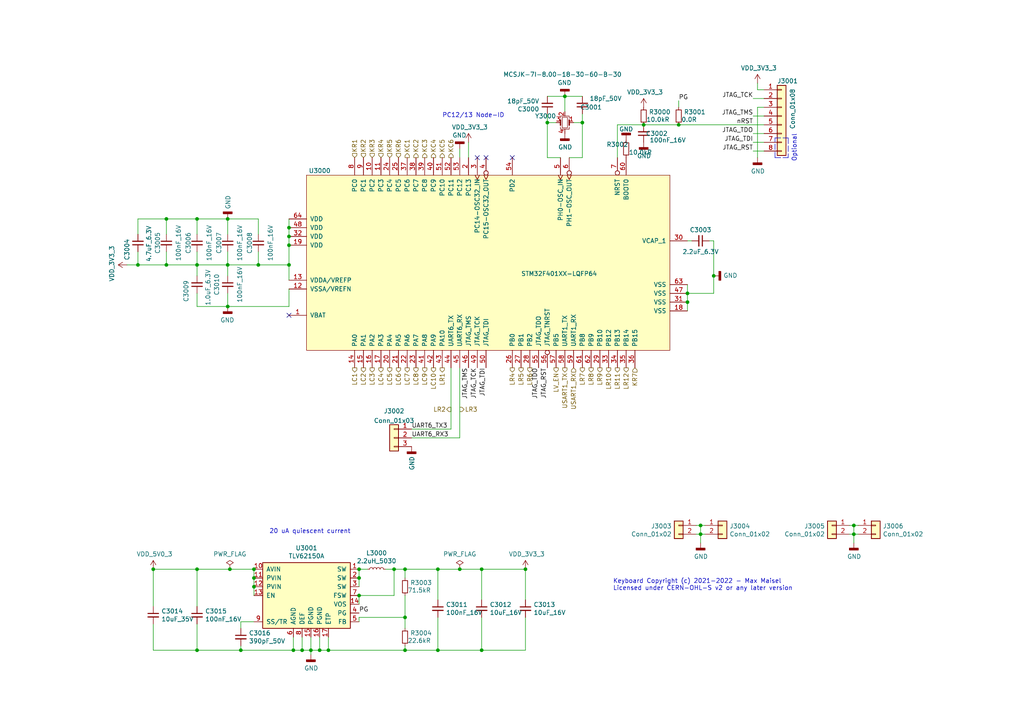
<source format=kicad_sch>
(kicad_sch (version 20211123) (generator eeschema)
  (paper "A4")
  (lib_symbols
    (symbol "Keyboard:0.0R" (pin_numbers hide) (pin_names (offset 0.254) hide)
      (property "Reference" "R" (at 0.762 0.508 0))
      (property "Value" "0.0R" (at 0.762 -1.016 0))
      (symbol "0.0R_0_1"
        (rectangle (start -0.762 1.778) (end 0.762 -1.778) (stroke (width 0.2032)))
      )
      (symbol "0.0R_1_1"
        (pin passive line (at 0 2.54 270) (length 0.762) (name "~") (number "1"))
        (pin passive line (at 0 -2.54 90) (length 0.762) (name "~") (number "2"))
      )
    )
    (symbol "Keyboard:1.0uF_6.3V" (pin_numbers hide) (pin_names (offset 0.254) hide)
      (property "Reference" "C" (at 0.254 1.778 0))
      (property "Value" "1.0uF_6.3V" (at 0.254 -2.032 0))
      (symbol "1.0uF_6.3V_0_1"
        (polyline (pts (xy -1.524 -0.508) (xy 1.524 -0.508)) (stroke (width 0.3302)))
        (polyline (pts (xy -1.524 0.508) (xy 1.524 0.508)) (stroke (width 0.3048)))
      )
      (symbol "1.0uF_6.3V_1_1"
        (pin passive line (at 0 2.54 270) (length 2.032) (name "~") (number "1"))
        (pin passive line (at 0 -2.54 90) (length 2.032) (name "~") (number "2"))
      )
    )
    (symbol "Keyboard:10.0kR" (pin_numbers hide) (pin_names (offset 0.254) hide)
      (property "Reference" "R" (at 0.762 0.508 0))
      (property "Value" "10.0kR" (at 0.762 -1.016 0))
      (symbol "10.0kR_0_1"
        (rectangle (start -0.762 1.778) (end 0.762 -1.778) (stroke (width 0.2032)))
      )
      (symbol "10.0kR_1_1"
        (pin passive line (at 0 2.54 270) (length 0.762) (name "~") (number "1"))
        (pin passive line (at 0 -2.54 90) (length 0.762) (name "~") (number "2"))
      )
    )
    (symbol "Keyboard:100nF_16V" (pin_numbers hide) (pin_names (offset 0.254) hide)
      (property "Reference" "C" (at 0.254 1.778 0))
      (property "Value" "100nF_16V" (at 0.254 -2.032 0))
      (symbol "100nF_16V_0_1"
        (polyline (pts (xy -1.524 -0.508) (xy 1.524 -0.508)) (stroke (width 0.3302)))
        (polyline (pts (xy -1.524 0.508) (xy 1.524 0.508)) (stroke (width 0.3048)))
      )
      (symbol "100nF_16V_1_1"
        (pin passive line (at 0 2.54 270) (length 2.032) (name "~") (number "1"))
        (pin passive line (at 0 -2.54 90) (length 2.032) (name "~") (number "2"))
      )
    )
    (symbol "Keyboard:10uF_16V" (pin_numbers hide) (pin_names (offset 0.254) hide)
      (property "Reference" "C" (at 0.254 1.778 0))
      (property "Value" "10uF_16V" (at 0.254 -2.032 0))
      (symbol "10uF_16V_0_1"
        (polyline (pts (xy -1.524 -0.508) (xy 1.524 -0.508)) (stroke (width 0.3302)))
        (polyline (pts (xy -1.524 0.508) (xy 1.524 0.508)) (stroke (width 0.3048)))
      )
      (symbol "10uF_16V_1_1"
        (pin passive line (at 0 2.54 270) (length 2.032) (name "~") (number "1"))
        (pin passive line (at 0 -2.54 90) (length 2.032) (name "~") (number "2"))
      )
    )
    (symbol "Keyboard:10uF_35V" (pin_numbers hide) (pin_names (offset 0.254) hide)
      (property "Reference" "C" (at 0.254 1.778 0))
      (property "Value" "10uF_35V" (at 0.254 -2.032 0))
      (symbol "10uF_35V_0_1"
        (polyline (pts (xy -1.524 -0.508) (xy 1.524 -0.508)) (stroke (width 0.3302)))
        (polyline (pts (xy -1.524 0.508) (xy 1.524 0.508)) (stroke (width 0.3048)))
      )
      (symbol "10uF_35V_1_1"
        (pin passive line (at 0 2.54 270) (length 2.032) (name "~") (number "1"))
        (pin passive line (at 0 -2.54 90) (length 2.032) (name "~") (number "2"))
      )
    )
    (symbol "Keyboard:18pF_50V" (pin_numbers hide) (pin_names (offset 0.254) hide)
      (property "Reference" "C" (at 0.254 1.778 0))
      (property "Value" "18pF_50V" (at 0.254 -2.032 0))
      (symbol "18pF_50V_0_1"
        (polyline (pts (xy -1.524 -0.508) (xy 1.524 -0.508)) (stroke (width 0.3302)))
        (polyline (pts (xy -1.524 0.508) (xy 1.524 0.508)) (stroke (width 0.3048)))
      )
      (symbol "18pF_50V_1_1"
        (pin passive line (at 0 2.54 270) (length 2.032) (name "~") (number "1"))
        (pin passive line (at 0 -2.54 90) (length 2.032) (name "~") (number "2"))
      )
    )
    (symbol "Keyboard:2.2uF_6.3V" (pin_numbers hide) (pin_names (offset 0.254) hide)
      (property "Reference" "C" (at 0.254 1.778 0))
      (property "Value" "2.2uF_6.3V" (at 0.254 -2.032 0))
      (symbol "2.2uF_6.3V_0_1"
        (polyline (pts (xy -1.524 -0.508) (xy 1.524 -0.508)) (stroke (width 0.3302)))
        (polyline (pts (xy -1.524 0.508) (xy 1.524 0.508)) (stroke (width 0.3048)))
      )
      (symbol "2.2uF_6.3V_1_1"
        (pin passive line (at 0 2.54 270) (length 2.032) (name "~") (number "1"))
        (pin passive line (at 0 -2.54 90) (length 2.032) (name "~") (number "2"))
      )
    )
    (symbol "Keyboard:2.2uH_5030" (pin_numbers hide) (pin_names (offset 0.254) hide)
      (property "Reference" "L" (at 0.762 1.016 0))
      (property "Value" "2.2uH_5030" (at 0.762 -1.016 0))
      (symbol "2.2uH_5030_0_1"
        (arc (start 0 -2.032) (mid 0.508 -1.524) (end 0 -1.016))
        (arc (start 0 -1.016) (mid 0.508 -0.508) (end 0 0))
        (arc (start 0 0) (mid 0.508 0.508) (end 0 1.016))
        (arc (start 0 1.016) (mid 0.508 1.524) (end 0 2.032))
      )
      (symbol "2.2uH_5030_1_1"
        (pin passive line (at 0 2.54 270) (length 0.508) (name "~") (number "1"))
        (pin passive line (at 0 -2.54 90) (length 0.508) (name "~") (number "2"))
      )
    )
    (symbol "Keyboard:22.6kR" (pin_numbers hide) (pin_names (offset 0.254) hide)
      (property "Reference" "R" (at 0.762 0.508 0))
      (property "Value" "22.6kR" (at 0.762 -1.016 0))
      (symbol "22.6kR_0_1"
        (rectangle (start -0.762 1.778) (end 0.762 -1.778) (stroke (width 0.2032)))
      )
      (symbol "22.6kR_1_1"
        (pin passive line (at 0 2.54 270) (length 0.762) (name "~") (number "1"))
        (pin passive line (at 0 -2.54 90) (length 0.762) (name "~") (number "2"))
      )
    )
    (symbol "Keyboard:390pF_50V" (pin_numbers hide) (pin_names (offset 0.254) hide)
      (property "Reference" "C" (at 0.254 1.778 0))
      (property "Value" "390pF_50V" (at 0.254 -2.032 0))
      (symbol "390pF_50V_0_1"
        (polyline (pts (xy -1.524 -0.508) (xy 1.524 -0.508)) (stroke (width 0.3302)))
        (polyline (pts (xy -1.524 0.508) (xy 1.524 0.508)) (stroke (width 0.3048)))
      )
      (symbol "390pF_50V_1_1"
        (pin passive line (at 0 2.54 270) (length 2.032) (name "~") (number "1"))
        (pin passive line (at 0 -2.54 90) (length 2.032) (name "~") (number "2"))
      )
    )
    (symbol "Keyboard:4.7uF_6.3V" (pin_numbers hide) (pin_names (offset 0.254) hide)
      (property "Reference" "C" (at 0.254 1.778 0))
      (property "Value" "4.7uF_6.3V" (at 0.254 -2.032 0))
      (symbol "4.7uF_6.3V_0_1"
        (polyline (pts (xy -1.524 -0.508) (xy 1.524 -0.508)) (stroke (width 0.3302)))
        (polyline (pts (xy -1.524 0.508) (xy 1.524 0.508)) (stroke (width 0.3048)))
      )
      (symbol "4.7uF_6.3V_1_1"
        (pin passive line (at 0 2.54 270) (length 2.032) (name "~") (number "1"))
        (pin passive line (at 0 -2.54 90) (length 2.032) (name "~") (number "2"))
      )
    )
    (symbol "Keyboard:71.5kR" (pin_numbers hide) (pin_names (offset 0.254) hide)
      (property "Reference" "R" (at 0.762 0.508 0))
      (property "Value" "71.5kR" (at 0.762 -1.016 0))
      (symbol "71.5kR_0_1"
        (rectangle (start -0.762 1.778) (end 0.762 -1.778) (stroke (width 0.2032)))
      )
      (symbol "71.5kR_1_1"
        (pin passive line (at 0 2.54 270) (length 0.762) (name "~") (number "1"))
        (pin passive line (at 0 -2.54 90) (length 0.762) (name "~") (number "2"))
      )
    )
    (symbol "Keyboard:Conn_01x02" (pin_names (offset 1.016) hide)
      (property "Reference" "J" (at 0 3.81 0))
      (property "Value" "Conn_01x02" (at 0 -3.81 0))
      (symbol "Conn_01x02_1_1"
        (rectangle (start -1.27 -1.143) (end 0 -1.397) (stroke (width 0.1524)))
        (rectangle (start -1.27 1.397) (end 0 1.143) (stroke (width 0.1524)))
        (rectangle (start -1.27 2.54) (end 1.27 -2.54) (stroke (width 0.254)) (fill (type background)))
        (pin passive line (at -5.08 1.27 0) (length 3.81) (name "Pin_1") (number "1"))
        (pin passive line (at -5.08 -1.27 0) (length 3.81) (name "Pin_2") (number "2"))
      )
    )
    (symbol "Keyboard:Conn_01x03" (pin_names (offset 1.016) hide)
      (property "Reference" "J" (at 0 5.08 0))
      (property "Value" "Conn_01x03" (at 0 -5.715 0))
      (symbol "Conn_01x03_1_1"
        (rectangle (start -1.27 -2.413) (end 0 -2.667) (stroke (width 0.1524)))
        (rectangle (start -1.27 0.127) (end 0 -0.127) (stroke (width 0.1524)))
        (rectangle (start -1.27 2.667) (end 0 2.413) (stroke (width 0.1524)))
        (rectangle (start -1.27 3.81) (end 1.27 -3.81) (stroke (width 0.254)) (fill (type background)))
        (pin passive line (at -5.08 2.54 0) (length 3.81) (name "Pin_1") (number "1"))
        (pin passive line (at -5.08 0 0) (length 3.81) (name "Pin_2") (number "2"))
        (pin passive line (at -5.08 -2.54 0) (length 3.81) (name "Pin_3") (number "3"))
      )
    )
    (symbol "Keyboard:Conn_01x08" (pin_names (offset 1.016) hide)
      (property "Reference" "J" (at 0 10.16 0))
      (property "Value" "Conn_01x08" (at 0 -12.7 0))
      (symbol "Conn_01x08_1_1"
        (rectangle (start -1.27 -10.033) (end 0 -10.287) (stroke (width 0.1524)))
        (rectangle (start -1.27 -7.493) (end 0 -7.747) (stroke (width 0.1524)))
        (rectangle (start -1.27 -4.953) (end 0 -5.207) (stroke (width 0.1524)))
        (rectangle (start -1.27 -2.413) (end 0 -2.667) (stroke (width 0.1524)))
        (rectangle (start -1.27 0.127) (end 0 -0.127) (stroke (width 0.1524)))
        (rectangle (start -1.27 2.667) (end 0 2.413) (stroke (width 0.1524)))
        (rectangle (start -1.27 5.207) (end 0 4.953) (stroke (width 0.1524)))
        (rectangle (start -1.27 7.747) (end 0 7.493) (stroke (width 0.1524)))
        (rectangle (start -1.27 8.89) (end 1.27 -11.43) (stroke (width 0.254)) (fill (type background)))
        (pin passive line (at -5.08 7.62 0) (length 3.81) (name "Pin_1") (number "1"))
        (pin passive line (at -5.08 5.08 0) (length 3.81) (name "Pin_2") (number "2"))
        (pin passive line (at -5.08 2.54 0) (length 3.81) (name "Pin_3") (number "3"))
        (pin passive line (at -5.08 0 0) (length 3.81) (name "Pin_4") (number "4"))
        (pin passive line (at -5.08 -2.54 0) (length 3.81) (name "Pin_5") (number "5"))
        (pin passive line (at -5.08 -5.08 0) (length 3.81) (name "Pin_6") (number "6"))
        (pin passive line (at -5.08 -7.62 0) (length 3.81) (name "Pin_7") (number "7"))
        (pin passive line (at -5.08 -10.16 0) (length 3.81) (name "Pin_8") (number "8"))
      )
    )
    (symbol "Keyboard:GND" (power) (pin_names (offset 0))
      (property "Value" "GND" (at 0 -3.175 0))
      (symbol "GND_0_1"
        (rectangle (start -1.27 -1.524) (end 1.27 -2.032) (stroke (width 0.254)) (fill (type outline)))
        (polyline (pts (xy 0 0) (xy 0 -1.524)))
      )
      (symbol "GND_1_1"
        (pin power_in line (at 0 0 270) (length 0) hide (name "GND") (number "1"))
      )
    )
    (symbol "Keyboard:MCSJK-7I-8.00-18-30-60-B-30" (pin_names (offset 1.016) hide)
      (property "Reference" "Y" (at 1.27 4.445 0))
      (property "Value" "MCSJK-7I-8.00-18-30-60-B-30" (at 1.27 2.54 0))
      (symbol "MCSJK-7I-8.00-18-30-60-B-30_0_1"
        (rectangle (start -0.762 -1.524) (end 0.762 1.524))
        (polyline (pts (xy -1.27 -0.762) (xy -1.27 0.762)) (stroke (width 0.381)))
        (polyline (pts (xy 1.27 -0.762) (xy 1.27 0.762)) (stroke (width 0.381)))
        (polyline (pts (xy -1.27 -1.27) (xy -1.27 -1.905) (xy 1.27 -1.905) (xy 1.27 -1.27)))
        (polyline (pts (xy -1.27 1.27) (xy -1.27 1.905) (xy 1.27 1.905) (xy 1.27 1.27)))
      )
      (symbol "MCSJK-7I-8.00-18-30-60-B-30_1_1"
        (pin passive line (at -2.54 0 0) (length 1.27) (name "1") (number "1"))
        (pin passive line (at 0 -3.175 90) (length 1.27) (name "2") (number "2"))
        (pin passive line (at 2.54 0 180) (length 1.27) (name "3") (number "3"))
        (pin passive line (at 0 3.175 270) (length 1.27) (name "4") (number "4"))
      )
    )
    (symbol "Keyboard:PWR_FLAG" (power) (pin_numbers hide) (pin_names (offset 0) hide)
      (property "Value" "PWR_FLAG" (at 0 3.81 0))
      (symbol "PWR_FLAG_0_0"
        (pin power_out line (at 0 0 90) (length 0) (name "pwr") (number "1"))
      )
      (symbol "PWR_FLAG_0_1"
        (polyline (pts (xy 0 0) (xy 0 1.27) (xy -1.016 1.905) (xy 0 2.54) (xy 1.016 1.905) (xy 0 1.27)))
      )
    )
    (symbol "Keyboard:STM32F401XX-LQFP64" (pin_names (offset 1.016))
      (property "Reference" "U" (at -36.83 77.47 0))
      (property "Value" "STM32F401XX-LQFP64" (at 20.32 -31.75 0))
      (symbol "STM32F401XX-LQFP64_0_1"
        (rectangle (start -25.4 76.2) (end 25.4 -29.21) (fill (type background)))
      )
      (symbol "STM32F401XX-LQFP64_1_1"
        (pin power_in line (at -15.24 81.28 270) (length 5.08) (name "VBAT") (number "1"))
        (pin bidirectional line (at 30.48 57.15 180) (length 5.08) (name "PC2") (number "10"))
        (pin bidirectional line (at 30.48 54.61 180) (length 5.08) (name "PC3") (number "11"))
        (pin power_in line (at -7.62 81.28 270) (length 5.08) (name "VSSA/VREFN") (number "12"))
        (pin power_in line (at -5.08 81.28 270) (length 5.08) (name "VDDA/VREFP") (number "13"))
        (pin bidirectional line (at -30.48 62.23 0) (length 5.08) (name "PA0") (number "14"))
        (pin bidirectional line (at -30.48 59.69 0) (length 5.08) (name "PA1") (number "15"))
        (pin bidirectional line (at -30.48 57.15 0) (length 5.08) (name "PA2") (number "16"))
        (pin bidirectional line (at -30.48 54.61 0) (length 5.08) (name "PA3") (number "17"))
        (pin power_in line (at -13.97 -34.29 90) (length 5.08) (name "VSS") (number "18"))
        (pin power_in line (at 5.08 81.28 270) (length 5.08) (name "VDD") (number "19"))
        (pin bidirectional line (at 30.48 29.21 180) (length 5.08) (name "PC13") (number "2"))
        (pin bidirectional line (at -30.48 52.07 0) (length 5.08) (name "PA4") (number "20"))
        (pin bidirectional line (at -30.48 49.53 0) (length 5.08) (name "PA5") (number "21"))
        (pin bidirectional line (at -30.48 46.99 0) (length 5.08) (name "PA6") (number "22"))
        (pin bidirectional line (at -30.48 44.45 0) (length 5.08) (name "PA7") (number "23"))
        (pin bidirectional line (at 30.48 52.07 180) (length 5.08) (name "PC4") (number "24"))
        (pin bidirectional line (at 30.48 49.53 180) (length 5.08) (name "PC5") (number "25"))
        (pin bidirectional line (at -30.48 16.51 0) (length 5.08) (name "PB0") (number "26"))
        (pin bidirectional line (at -30.48 13.97 0) (length 5.08) (name "PB1") (number "27"))
        (pin bidirectional line (at -30.48 11.43 0) (length 5.08) (name "PB2") (number "28"))
        (pin bidirectional line (at -30.48 -8.89 0) (length 5.08) (name "PB10") (number "29"))
        (pin bidirectional clock (at 30.48 26.67 180) (length 5.08) (name "PC14-OSC32_IN") (number "3"))
        (pin passive line (at 6.35 -34.29 90) (length 5.08) (name "VCAP_1") (number "30"))
        (pin power_in line (at -11.43 -34.29 90) (length 5.08) (name "VSS") (number "31"))
        (pin power_in line (at 7.62 81.28 270) (length 5.08) (name "VDD") (number "32"))
        (pin bidirectional line (at -30.48 -11.43 0) (length 5.08) (name "PB12") (number "33"))
        (pin bidirectional line (at -30.48 -13.97 0) (length 5.08) (name "PB13") (number "34"))
        (pin bidirectional line (at -30.48 -16.51 0) (length 5.08) (name "PB14") (number "35"))
        (pin bidirectional line (at -30.48 -19.05 0) (length 5.08) (name "PB15") (number "36"))
        (pin bidirectional line (at 30.48 46.99 180) (length 5.08) (name "PC6") (number "37") (alternate "UART6_TX" output line))
        (pin bidirectional line (at 30.48 44.45 180) (length 5.08) (name "PC7") (number "38") (alternate "UART6_RX" input line))
        (pin bidirectional line (at 30.48 41.91 180) (length 5.08) (name "PC8") (number "39"))
        (pin bidirectional inverted_clock (at 30.48 24.13 180) (length 5.08) (name "PC15-OSC32_OUT") (number "4"))
        (pin bidirectional line (at 30.48 39.37 180) (length 5.08) (name "PC9") (number "40"))
        (pin bidirectional line (at -30.48 41.91 0) (length 5.08) (name "PA8") (number "41"))
        (pin bidirectional line (at -30.48 39.37 0) (length 5.08) (name "PA9") (number "42"))
        (pin bidirectional line (at -30.48 36.83 0) (length 5.08) (name "PA10") (number "43"))
        (pin bidirectional line (at -30.48 34.29 0) (length 5.08) (name "PA11") (number "44") (alternate "UART6_TX" output line))
        (pin bidirectional line (at -30.48 31.75 0) (length 5.08) (name "PA12") (number "45") (alternate "UART6_RX" input line))
        (pin bidirectional line (at -30.48 29.21 0) (length 5.08) (name "PA13") (number "46") (alternate "JTAG_TMS" input line))
        (pin power_in line (at -8.89 -34.29 90) (length 5.08) (name "VSS") (number "47"))
        (pin power_in line (at 10.16 81.28 270) (length 5.08) (name "VDD") (number "48"))
        (pin bidirectional line (at -30.48 26.67 0) (length 5.08) (name "PA14") (number "49") (alternate "JTAG_TCK" input line))
        (pin bidirectional clock (at 30.48 2.54 180) (length 5.08) (name "PH0-OSC_IN") (number "5"))
        (pin bidirectional line (at -30.48 24.13 0) (length 5.08) (name "PA15") (number "50") (alternate "JTAG_TDI" input line))
        (pin bidirectional line (at 30.48 36.83 180) (length 5.08) (name "PC10") (number "51"))
        (pin bidirectional line (at 30.48 34.29 180) (length 5.08) (name "PC11") (number "52"))
        (pin bidirectional line (at 30.48 31.75 180) (length 5.08) (name "PC12") (number "53"))
        (pin bidirectional line (at 30.48 16.51 180) (length 5.08) (name "PD2") (number "54"))
        (pin bidirectional line (at -30.48 8.89 0) (length 5.08) (name "PB3") (number "55") (alternate "JTAG_TDO" output line))
        (pin bidirectional line (at -30.48 6.35 0) (length 5.08) (name "PB4") (number "56") (alternate "JTAG_TNRST" input inverted))
        (pin bidirectional line (at -30.48 3.81 0) (length 5.08) (name "PB5") (number "57"))
        (pin bidirectional line (at -30.48 1.27 0) (length 5.08) (name "PB6") (number "58") (alternate "UART1_TX" output line))
        (pin bidirectional line (at -30.48 -1.27 0) (length 5.08) (name "PB7") (number "59") (alternate "UART1_RX" input line))
        (pin bidirectional inverted_clock (at 30.48 0 180) (length 5.08) (name "PH1-OSC_OUT") (number "6"))
        (pin input line (at 30.48 -16.51 180) (length 5.08) (name "BOOT0") (number "60"))
        (pin bidirectional line (at -30.48 -3.81 0) (length 5.08) (name "PB8") (number "61"))
        (pin bidirectional line (at -30.48 -6.35 0) (length 5.08) (name "PB9") (number "62"))
        (pin power_in line (at -6.35 -34.29 90) (length 5.08) (name "VSS") (number "63"))
        (pin power_in line (at 12.7 81.28 270) (length 5.08) (name "VDD") (number "64"))
        (pin input inverted (at 30.48 -13.97 180) (length 5.08) (name "NRST") (number "7"))
        (pin bidirectional line (at 30.48 62.23 180) (length 5.08) (name "PC0") (number "8"))
        (pin bidirectional line (at 30.48 59.69 180) (length 5.08) (name "PC1") (number "9"))
      )
    )
    (symbol "Keyboard:TLV62150A" (pin_names (offset 1.016))
      (property "Reference" "U" (at -11.43 10.16 0))
      (property "Value" "TLV62150A" (at 7.62 10.16 0))
      (symbol "TLV62150A_0_1"
        (rectangle (start 12.7 -10.16) (end -12.7 8.89) (stroke (width 0.254)) (fill (type background)))
      )
      (symbol "TLV62150A_1_1"
        (pin output line (at 15.24 6.985 180) (length 2.54) (name "SW") (number "1"))
        (pin power_in line (at -15.24 6.985 0) (length 2.54) (name "AVIN") (number "10"))
        (pin power_in line (at -15.24 4.445 0) (length 2.54) (name "PVIN") (number "11"))
        (pin power_in line (at -15.24 1.905 0) (length 2.54) (name "PVIN") (number "12"))
        (pin input line (at -15.24 -0.635 0) (length 2.54) (name "EN") (number "13"))
        (pin input line (at 15.24 -3.175 180) (length 2.54) (name "VOS") (number "14"))
        (pin power_in line (at 1.27 -12.7 90) (length 2.54) (name "PGND") (number "15"))
        (pin power_in line (at 3.81 -12.7 90) (length 2.54) (name "PGND") (number "16"))
        (pin power_in line (at 6.35 -12.7 90) (length 2.54) (name "ETP") (number "17"))
        (pin passive line (at 15.24 4.445 180) (length 2.54) (name "SW") (number "2"))
        (pin passive line (at 15.24 1.905 180) (length 2.54) (name "SW") (number "3"))
        (pin output line (at 15.24 -5.715 180) (length 2.54) (name "PG") (number "4"))
        (pin input line (at 15.24 -8.255 180) (length 2.54) (name "FB") (number "5"))
        (pin power_in line (at -3.81 -12.7 90) (length 2.54) (name "AGND") (number "6"))
        (pin input line (at 15.24 -0.635 180) (length 2.54) (name "FSW") (number "7"))
        (pin input line (at -1.27 -12.7 90) (length 2.54) (name "DEF") (number "8"))
        (pin input line (at -15.24 -8.255 0) (length 2.54) (name "SS/TR") (number "9"))
      )
    )
    (symbol "Keyboard:VDD_3V3_3" (power) (pin_names (offset 0))
      (property "Value" "VDD_3V3_3" (at 0 3.556 0))
      (symbol "VDD_3V3_3_0_1"
        (polyline (pts (xy -0.762 1.27) (xy 0 2.54)))
        (polyline (pts (xy 0 0) (xy 0 2.54)))
        (polyline (pts (xy 0 2.54) (xy 0.762 1.27)))
      )
      (symbol "VDD_3V3_3_1_1"
        (pin power_in line (at 0 0 90) (length 0) hide (name "VDD_3V3_3") (number "1"))
      )
    )
    (symbol "Keyboard:VDD_5V0_3" (power) (pin_names (offset 0))
      (property "Value" "VDD_5V0_3" (at 0 3.556 0))
      (symbol "VDD_5V0_3_0_1"
        (polyline (pts (xy -0.762 1.27) (xy 0 2.54)))
        (polyline (pts (xy 0 0) (xy 0 2.54)))
        (polyline (pts (xy 0 2.54) (xy 0.762 1.27)))
      )
      (symbol "VDD_5V0_3_1_1"
        (pin power_in line (at 0 0 90) (length 0) hide (name "VDD_5V0_3") (number "1"))
      )
    )
  )
  (junction (at 158.75 35.56))
  (junction (at 74.93 76.835))
  (junction (at 69.85 188.595))
  (junction (at 83.82 76.835))
  (junction (at 83.82 68.58))
  (junction (at 73.66 167.64))
  (junction (at 90.17 188.595))
  (junction (at 139.7 165.1))
  (junction (at 117.475 188.595))
  (junction (at 127 188.595))
  (junction (at 199.39 85.09))
  (junction (at 247.65 152.4))
  (junction (at 83.82 66.04))
  (junction (at 247.65 154.94))
  (junction (at 95.25 188.595))
  (junction (at 203.2 154.94))
  (junction (at 73.66 170.18))
  (junction (at 207.01 80.01))
  (junction (at 57.15 63.5))
  (junction (at 48.26 63.5))
  (junction (at 66.675 165.1))
  (junction (at 104.14 167.64))
  (junction (at 186.69 36.195))
  (junction (at 139.7 188.595))
  (junction (at 117.475 179.07))
  (junction (at 199.39 87.63))
  (junction (at 57.15 76.835))
  (junction (at 73.66 165.1))
  (junction (at 40.005 76.835))
  (junction (at 104.14 165.1))
  (junction (at 87.63 188.595))
  (junction (at 152.4 165.1))
  (junction (at 44.45 165.1))
  (junction (at 66.04 76.835))
  (junction (at 85.09 188.595))
  (junction (at 133.35 165.1))
  (junction (at 57.15 165.1))
  (junction (at 57.15 188.595))
  (junction (at 127 165.1))
  (junction (at 104.14 172.72))
  (junction (at 114.3 165.1))
  (junction (at 163.83 27.94))
  (junction (at 48.26 76.835))
  (junction (at 203.2 152.4))
  (junction (at 117.475 165.1))
  (junction (at 66.04 88.9))
  (junction (at 92.71 188.595))
  (junction (at 196.85 36.195))
  (junction (at 83.82 71.12))
  (junction (at 66.04 63.5))
  (junction (at 168.91 35.56))
  (no_connect (at 148.59 45.72))
  (no_connect (at 83.82 91.44))
  (no_connect (at 140.97 45.72))
  (no_connect (at 138.43 45.72))
  (wire (pts (xy 69.85 182.245) (xy 69.85 180.34)))
  (wire (pts (xy 135.89 41.275) (xy 135.89 45.72)))
  (wire (pts (xy 57.15 175.895) (xy 57.15 165.1)))
  (wire (pts (xy 158.75 35.56) (xy 158.75 33.02)))
  (wire (pts (xy 104.14 180.34) (xy 104.14 179.07)))
  (wire (pts (xy 57.15 76.835) (xy 48.26 76.835)))
  (wire (pts (xy 95.25 184.785) (xy 95.25 188.595)))
  (wire (pts (xy 205.74 69.85) (xy 207.01 69.85)))
  (wire (pts (xy 36.83 76.835) (xy 40.005 76.835)))
  (wire (pts (xy 57.15 80.01) (xy 57.15 76.835)))
  (wire (pts (xy 117.475 179.07) (xy 117.475 182.245)))
  (wire (pts (xy 139.7 188.595) (xy 127 188.595)))
  (wire (pts (xy 92.71 184.785) (xy 92.71 188.595)))
  (wire (pts (xy 104.14 167.64) (xy 104.14 170.18)))
  (wire (pts (xy 44.45 180.975) (xy 44.45 188.595)))
  (wire (pts (xy 85.09 184.785) (xy 85.09 188.595)))
  (wire (pts (xy 57.15 73.025) (xy 57.15 76.835)))
  (wire (pts (xy 218.44 28.575) (xy 221.615 28.575)))
  (wire (pts (xy 83.82 76.835) (xy 83.82 81.28)))
  (wire (pts (xy 83.82 76.835) (xy 74.93 76.835)))
  (wire (pts (xy 57.15 63.5) (xy 48.26 63.5)))
  (wire (pts (xy 83.82 68.58) (xy 83.82 71.12)))
  (wire (pts (xy 186.69 36.195) (xy 196.85 36.195)))
  (wire (pts (xy 104.14 172.72) (xy 114.3 172.72)))
  (wire (pts (xy 57.15 165.1) (xy 66.675 165.1)))
  (wire (pts (xy 57.15 85.09) (xy 57.15 88.9)))
  (wire (pts (xy 219.71 45.72) (xy 219.71 31.115)))
  (wire (pts (xy 114.3 172.72) (xy 114.3 165.1)))
  (wire (pts (xy 203.2 154.94) (xy 204.47 154.94)))
  (wire (pts (xy 218.44 43.815) (xy 221.615 43.815)))
  (wire (pts (xy 152.4 165.1) (xy 152.4 173.99)))
  (wire (pts (xy 117.475 165.1) (xy 117.475 167.64)))
  (wire (pts (xy 117.475 172.72) (xy 117.475 179.07)))
  (wire (pts (xy 199.39 90.17) (xy 199.39 87.63)))
  (wire (pts (xy 111.76 165.1) (xy 114.3 165.1)))
  (wire (pts (xy 90.17 189.865) (xy 90.17 188.595)))
  (wire (pts (xy 83.82 66.04) (xy 83.82 68.58)))
  (wire (pts (xy 44.45 188.595) (xy 57.15 188.595)))
  (wire (pts (xy 69.85 180.34) (xy 73.66 180.34)))
  (wire (pts (xy 57.15 88.9) (xy 66.04 88.9)))
  (wire (pts (xy 133.35 165.1) (xy 139.7 165.1)))
  (wire (pts (xy 247.65 152.4) (xy 247.65 154.94)))
  (wire (pts (xy 179.07 36.195) (xy 179.07 45.72)))
  (wire (pts (xy 44.45 175.895) (xy 44.45 165.1)))
  (wire (pts (xy 165.1 45.72) (xy 168.91 45.72)))
  (wire (pts (xy 92.71 188.595) (xy 90.17 188.595)))
  (wire (pts (xy 201.93 154.94) (xy 203.2 154.94)))
  (wire (pts (xy 66.04 76.835) (xy 57.15 76.835)))
  (wire (pts (xy 152.4 188.595) (xy 139.7 188.595)))
  (wire (pts (xy 196.85 29.21) (xy 196.85 31.115)))
  (wire (pts (xy 104.14 175.26) (xy 104.14 172.72)))
  (wire (pts (xy 74.93 67.945) (xy 74.93 63.5)))
  (wire (pts (xy 127 188.595) (xy 117.475 188.595)))
  (wire (pts (xy 139.7 173.99) (xy 139.7 165.1)))
  (wire (pts (xy 219.71 26.035) (xy 221.615 26.035)))
  (wire (pts (xy 40.005 67.945) (xy 40.005 63.5)))
  (wire (pts (xy 199.39 87.63) (xy 199.39 85.09)))
  (wire (pts (xy 119.38 127) (xy 133.35 127)))
  (wire (pts (xy 40.005 73.025) (xy 40.005 76.835)))
  (wire (pts (xy 139.7 179.07) (xy 139.7 188.595)))
  (wire (pts (xy 133.35 106.68) (xy 133.35 127)))
  (wire (pts (xy 246.38 152.4) (xy 247.65 152.4)))
  (wire (pts (xy 90.17 188.595) (xy 90.17 184.785)))
  (wire (pts (xy 69.85 187.325) (xy 69.85 188.595)))
  (wire (pts (xy 158.75 35.56) (xy 158.75 45.72)))
  (wire (pts (xy 44.45 165.1) (xy 57.15 165.1)))
  (wire (pts (xy 219.71 31.115) (xy 221.615 31.115)))
  (wire (pts (xy 117.475 165.1) (xy 127 165.1)))
  (wire (pts (xy 66.04 88.9) (xy 66.04 85.09)))
  (wire (pts (xy 203.2 157.48) (xy 203.2 154.94)))
  (wire (pts (xy 207.01 69.85) (xy 207.01 80.01)))
  (wire (pts (xy 85.09 188.595) (xy 87.63 188.595)))
  (wire (pts (xy 161.29 35.56) (xy 158.75 35.56)))
  (wire (pts (xy 57.15 67.945) (xy 57.15 63.5)))
  (wire (pts (xy 66.04 88.9) (xy 83.82 88.9)))
  (wire (pts (xy 40.005 63.5) (xy 48.26 63.5)))
  (wire (pts (xy 168.91 27.94) (xy 163.83 27.94)))
  (wire (pts (xy 66.675 165.1) (xy 73.66 165.1)))
  (wire (pts (xy 152.4 179.07) (xy 152.4 188.595)))
  (wire (pts (xy 95.25 188.595) (xy 92.71 188.595)))
  (wire (pts (xy 186.69 36.195) (xy 179.07 36.195)))
  (wire (pts (xy 57.15 180.975) (xy 57.15 188.595)))
  (wire (pts (xy 246.38 154.94) (xy 247.65 154.94)))
  (wire (pts (xy 199.39 85.09) (xy 199.39 82.55)))
  (wire (pts (xy 139.7 165.1) (xy 152.4 165.1)))
  (wire (pts (xy 221.615 33.655) (xy 218.44 33.655)))
  (polyline (pts (xy 228.6 40.005) (xy 228.6 45.72)))
  (wire (pts (xy 73.66 170.18) (xy 73.66 172.72)))
  (wire (pts (xy 83.82 71.12) (xy 83.82 76.835)))
  (wire (pts (xy 168.91 35.56) (xy 166.37 35.56)))
  (wire (pts (xy 83.82 83.82) (xy 83.82 88.9)))
  (wire (pts (xy 66.04 67.945) (xy 66.04 63.5)))
  (wire (pts (xy 66.04 80.01) (xy 66.04 76.835)))
  (wire (pts (xy 66.04 63.5) (xy 74.93 63.5)))
  (polyline (pts (xy 224.79 40.005) (xy 228.6 40.005)))
  (wire (pts (xy 104.14 165.1) (xy 104.14 167.64)))
  (wire (pts (xy 117.475 187.325) (xy 117.475 188.595)))
  (wire (pts (xy 66.04 63.5) (xy 57.15 63.5)))
  (wire (pts (xy 219.71 24.13) (xy 219.71 26.035)))
  (wire (pts (xy 114.3 165.1) (xy 117.475 165.1)))
  (wire (pts (xy 66.04 73.025) (xy 66.04 76.835)))
  (wire (pts (xy 48.26 73.025) (xy 48.26 76.835)))
  (wire (pts (xy 203.2 152.4) (xy 204.47 152.4)))
  (wire (pts (xy 73.66 165.1) (xy 73.66 167.64)))
  (wire (pts (xy 127 165.1) (xy 133.35 165.1)))
  (wire (pts (xy 163.83 27.94) (xy 158.75 27.94)))
  (wire (pts (xy 199.39 85.09) (xy 207.01 85.09)))
  (wire (pts (xy 221.615 41.275) (xy 218.44 41.275)))
  (wire (pts (xy 40.005 76.835) (xy 48.26 76.835)))
  (wire (pts (xy 247.65 152.4) (xy 248.92 152.4)))
  (wire (pts (xy 203.2 152.4) (xy 203.2 154.94)))
  (wire (pts (xy 133.35 43.18) (xy 133.35 45.72)))
  (wire (pts (xy 247.65 154.94) (xy 248.92 154.94)))
  (wire (pts (xy 168.91 33.02) (xy 168.91 35.56)))
  (wire (pts (xy 117.475 188.595) (xy 95.25 188.595)))
  (wire (pts (xy 127 179.07) (xy 127 188.595)))
  (wire (pts (xy 74.93 73.025) (xy 74.93 76.835)))
  (wire (pts (xy 200.66 69.85) (xy 199.39 69.85)))
  (polyline (pts (xy 224.79 45.72) (xy 224.79 40.005)))
  (wire (pts (xy 130.81 124.46) (xy 130.81 106.68)))
  (wire (pts (xy 168.91 45.72) (xy 168.91 35.56)))
  (wire (pts (xy 104.14 165.1) (xy 106.68 165.1)))
  (wire (pts (xy 247.65 157.48) (xy 247.65 154.94)))
  (wire (pts (xy 74.93 76.835) (xy 66.04 76.835)))
  (wire (pts (xy 201.93 152.4) (xy 203.2 152.4)))
  (wire (pts (xy 87.63 184.785) (xy 87.63 188.595)))
  (wire (pts (xy 57.15 188.595) (xy 69.85 188.595)))
  (wire (pts (xy 127 173.99) (xy 127 165.1)))
  (wire (pts (xy 163.83 32.385) (xy 163.83 27.94)))
  (polyline (pts (xy 224.79 45.72) (xy 228.6 45.72)))
  (wire (pts (xy 119.38 124.46) (xy 130.81 124.46)))
  (wire (pts (xy 87.63 188.595) (xy 90.17 188.595)))
  (wire (pts (xy 104.14 179.07) (xy 117.475 179.07)))
  (wire (pts (xy 48.26 63.5) (xy 48.26 67.945)))
  (wire (pts (xy 73.66 167.64) (xy 73.66 170.18)))
  (wire (pts (xy 83.82 63.5) (xy 83.82 66.04)))
  (wire (pts (xy 196.85 36.195) (xy 221.615 36.195)))
  (wire (pts (xy 69.85 188.595) (xy 85.09 188.595)))
  (wire (pts (xy 207.01 85.09) (xy 207.01 80.01)))
  (wire (pts (xy 158.75 45.72) (xy 162.56 45.72)))
  (wire (pts (xy 218.44 38.735) (xy 221.615 38.735)))
  (text "PC12/13 Node-ID" (at 128.27 34.29 0) (effects (font (size 1.27 1.27)) (justify left bottom)))
  (text "Keyboard Copyright (c) 2021-2022 - Max Maisel\nLicensed under CERN-OHL-S v2 or any later version" (at 177.8 171.45 0) (effects (font (size 1.27 1.27)) (justify left bottom)))
  (text "Optional" (at 231.14 46.99 90) (effects (font (size 1.27 1.27)) (justify left bottom)))
  (text "20 uA quiescent current" (at 78.105 154.94 0) (effects (font (size 1.27 1.27)) (justify left bottom)))
  (label "UART6_TX3" (at 119.38 124.46 0))
  (label "JTAG_TMS" (at 218.44 33.655 180))
  (label "JTAG_TDO" (at 156.21 106.68 270))
  (label "JTAG_TDO" (at 218.44 38.735 180))
  (label "PG" (at 196.85 29.21 0))
  (label "JTAG_TDI" (at 218.44 41.275 180))
  (label "JTAG_TDI" (at 140.97 106.68 270))
  (label "JTAG_RST" (at 218.44 43.815 180))
  (label "PG" (at 104.14 177.8 0))
  (label "JTAG_TMS" (at 135.89 106.68 270))
  (label "UART6_RX3" (at 119.38 127 0))
  (label "JTAG_TCK" (at 218.44 28.575 180))
  (label "JTAG_TCK" (at 138.43 106.68 270))
  (label "JTAG_RST" (at 158.75 106.68 270))
  (label "nRST" (at 218.44 36.195 180))
  (hierarchical_label "LR2" (shape output) (at 130.81 118.745 180))
  (hierarchical_label "LC8" (shape output) (at 120.65 106.68 270))
  (hierarchical_label "LC9" (shape output) (at 123.19 106.68 270))
  (hierarchical_label "LC7" (shape output) (at 118.11 106.68 270))
  (hierarchical_label "KR4" (shape input) (at 110.49 45.72 90))
  (hierarchical_label "KC6" (shape output) (at 130.81 45.72 90))
  (hierarchical_label "LR7" (shape output) (at 168.91 106.68 270))
  (hierarchical_label "LC1" (shape output) (at 102.87 106.68 270))
  (hierarchical_label "LR10" (shape output) (at 176.53 106.68 270))
  (hierarchical_label "KR5" (shape input) (at 113.03 45.72 90))
  (hierarchical_label "KC5" (shape output) (at 128.27 45.72 90))
  (hierarchical_label "LC2" (shape output) (at 105.41 106.68 270))
  (hierarchical_label "LR8" (shape output) (at 171.45 106.68 270))
  (hierarchical_label "KR2" (shape input) (at 105.41 45.72 90))
  (hierarchical_label "LR11" (shape output) (at 179.07 106.68 270))
  (hierarchical_label "LR12" (shape output) (at 181.61 106.68 270))
  (hierarchical_label "USART1_RX" (shape input) (at 166.37 106.68 270))
  (hierarchical_label "KC3" (shape output) (at 123.19 45.72 90))
  (hierarchical_label "LC10" (shape output) (at 125.73 106.68 270))
  (hierarchical_label "LC6" (shape output) (at 115.57 106.68 270))
  (hierarchical_label "LC5" (shape output) (at 113.03 106.68 270))
  (hierarchical_label "USART1_TX" (shape output) (at 163.83 106.68 270))
  (hierarchical_label "KC2" (shape output) (at 120.65 45.72 90))
  (hierarchical_label "LR9" (shape output) (at 173.99 106.68 270))
  (hierarchical_label "LR4" (shape output) (at 148.59 106.68 270))
  (hierarchical_label "KR6" (shape input) (at 115.57 45.72 90))
  (hierarchical_label "LV_EN" (shape output) (at 161.29 106.68 270))
  (hierarchical_label "KR3" (shape input) (at 107.95 45.72 90))
  (hierarchical_label "KC4" (shape output) (at 125.73 45.72 90))
  (hierarchical_label "LR1" (shape output) (at 128.27 106.68 270))
  (hierarchical_label "LC4" (shape output) (at 110.49 106.68 270))
  (hierarchical_label "LR6" (shape output) (at 153.67 106.68 270))
  (hierarchical_label "KC1" (shape output) (at 118.11 45.72 90))
  (hierarchical_label "LC3" (shape output) (at 107.95 106.68 270))
  (hierarchical_label "KR7" (shape input) (at 184.15 106.68 270))
  (hierarchical_label "KR1" (shape input) (at 102.87 45.72 90))
  (hierarchical_label "LR3" (shape output) (at 133.35 118.745 0))
  (hierarchical_label "LR5" (shape output) (at 151.13 106.68 270))
  (symbol (lib_id "Keyboard:GND") (at 207.01 80.01 90) (unit 1)
    (property "Reference" "#PWR03011" (effects hide))
    (property "Value" "GND" (at 209.804 79.9084 90) (effects (justify right)))
  )
  (symbol (lib_id "Keyboard:100nF_16V") (at 66.04 70.485 0) (mirror y) (unit 1)
    (property "Reference" "C3007" (at 63.5 70.485 90))
    (property "Value" "100nF_16V" (at 69.5452 70.485 90))
    (property "Footprint" "Keyboard:C_0402" (effects hide))
    (property "Datasheet" "80-C0402C104K4R" (effects hide))
    (property "mouser#" "80-C0402C104K4R" (effects hide))
  )
  (symbol (lib_id "Keyboard:GND") (at 163.83 27.94 180) (unit 1)
    (property "Reference" "#PWR0105" (effects hide))
    (property "Value" "GND" (at 163.7284 24.003 0))
  )
  (symbol (lib_id "Keyboard:100nF_16V") (at 186.69 38.735 180) (unit 1)
    (property "Reference" "C3002" (at 190.5 38.735 0))
    (property "Value" "100nF_16V" (at 193.675 40.64 0))
    (property "Footprint" "Keyboard:C_0402" (effects hide))
    (property "Datasheet" "80-C0402C104K4R" (effects hide))
    (property "mouser#" "80-C0402C104K4R" (effects hide))
  )
  (symbol (lib_id "Keyboard:GND") (at 219.71 45.72 0) (unit 1)
    (property "Reference" "#PWR03008" (effects hide))
    (property "Value" "GND" (at 219.8116 49.657 0))
  )
  (symbol (lib_id "Keyboard:GND") (at 66.04 88.9 0) (mirror y) (unit 1)
    (property "Reference" "#PWR03012" (effects hide))
    (property "Value" "GND" (at 65.9384 92.837 0))
  )
  (symbol (lib_id "Keyboard:TLV62150A") (at 88.9 172.085 0) (unit 1)
    (property "Reference" "U3001" (at 88.9 158.9532 0))
    (property "Value" "TLV62150A" (at 88.9 161.2646 0))
    (property "Footprint" "Keyboard:VQFN16-RGT" (effects hide))
    (property "Datasheet" "https://www.mouser.de/ProductDetail/Texas-Instruments/TLV62150RGTR?qs=sGAEpiMZZMsp%2fksXpw0UCdYH5JryFJ2T" (effects hide))
    (property "mouser#" "595-TLV62150ARGTR" (effects hide))
  )
  (symbol (lib_id "Keyboard:10uF_35V") (at 44.45 178.435 0) (unit 1)
    (property "Reference" "C3014" (at 46.7868 177.2666 0) (effects (justify left)))
    (property "Value" "10uF_35V" (at 46.7868 179.578 0) (effects (justify left)))
    (property "Footprint" "Keyboard:C_1210" (effects hide))
    (property "Datasheet" "963-GMK325BJ106KN-T" (effects hide))
    (property "mouser#" "963-GMK325BJ106KN-T" (effects hide))
  )
  (symbol (lib_id "Keyboard:100nF_16V") (at 57.15 178.435 0) (unit 1)
    (property "Reference" "C3015" (at 59.4868 177.2666 0) (effects (justify left)))
    (property "Value" "100nF_16V" (at 59.4868 179.578 0) (effects (justify left)))
    (property "Footprint" "Keyboard:C_0402" (effects hide))
    (property "Datasheet" "80-C0402C104K4R" (effects hide))
    (property "mouser#" "80-C0402C104K4R" (effects hide))
  )
  (symbol (lib_id "Keyboard:390pF_50V") (at 69.85 184.785 0) (unit 1)
    (property "Reference" "C3016" (at 72.1868 183.6166 0) (effects (justify left)))
    (property "Value" "390pF_50V" (at 72.1868 185.928 0) (effects (justify left)))
    (property "Footprint" "Keyboard:C_0402" (effects hide))
    (property "Datasheet" "81-GRM155R71H391KA1D" (effects hide))
    (property "mouser#" "81-GRM155R71H391KA1D" (effects hide))
  )
  (symbol (lib_id "Keyboard:2.2uH_5030") (at 109.22 165.1 90) (unit 1)
    (property "Reference" "L3000" (at 109.22 160.401 90))
    (property "Value" "2.2uH_5030" (at 109.22 162.7124 90))
    (property "Footprint" "Keyboard:L_Taiyo-Yuden_NR-50xx" (effects hide))
    (property "Datasheet" "963-NRS5030T2R2NMGJV" (effects hide))
    (property "mouser#" "963-NRS5030T2R2NMGJV" (effects hide))
  )
  (symbol (lib_id "Keyboard:22.6kR") (at 117.475 184.785 0) (unit 1)
    (property "Reference" "R3004" (at 118.9736 183.6166 0) (effects (justify left)))
    (property "Value" "22.6kR" (at 118.237 185.801 0) (effects (justify left)))
    (property "Footprint" "Keyboard:R_0402" (effects hide))
    (property "Datasheet" "667-ERJ-S02F2262X" (effects hide))
    (property "mouser#" "667-ERJ-S02F2262X" (effects hide))
  )
  (symbol (lib_id "Keyboard:100nF_16V") (at 127 176.53 0) (unit 1)
    (property "Reference" "C3011" (at 129.3368 175.3616 0) (effects (justify left)))
    (property "Value" "100nF_16V" (at 129.3368 177.673 0) (effects (justify left)))
    (property "Footprint" "Keyboard:C_0402" (effects hide))
    (property "Datasheet" "80-C0402C104K4R" (effects hide))
    (property "mouser#" "80-C0402C104K4R" (effects hide))
  )
  (symbol (lib_id "Keyboard:10uF_16V") (at 139.7 176.53 0) (unit 1)
    (property "Reference" "C3012" (at 142.0368 175.3616 0) (effects (justify left)))
    (property "Value" "10uF_16V" (at 142.0368 177.673 0) (effects (justify left)))
    (property "Footprint" "Keyboard:C_1206" (effects hide))
    (property "Datasheet" "80-C1206C106K4P" (effects hide))
    (property "mouser#" "80-C1206C106K4P" (effects hide))
  )
  (symbol (lib_id "Keyboard:100nF_16V") (at 57.15 70.485 0) (mirror y) (unit 1)
    (property "Reference" "C3006" (at 54.61 70.485 90))
    (property "Value" "100nF_16V" (at 60.6552 70.485 90))
    (property "Footprint" "Keyboard:C_0402" (effects hide))
    (property "Datasheet" "80-C0402C104K4R" (effects hide))
    (property "mouser#" "80-C0402C104K4R" (effects hide))
  )
  (symbol (lib_id "Keyboard:100nF_16V") (at 74.93 70.485 0) (mirror y) (unit 1)
    (property "Reference" "C3008" (at 72.39 70.485 90))
    (property "Value" "100nF_16V" (at 78.4352 70.485 90))
    (property "Footprint" "Keyboard:C_0402" (effects hide))
    (property "Datasheet" "80-C0402C104K4R" (effects hide))
    (property "mouser#" "80-C0402C104K4R" (effects hide))
  )
  (symbol (lib_id "Keyboard:MCSJK-7I-8.00-18-30-60-B-30") (at 163.83 35.56 180) (unit 1)
    (property "Reference" "Y3000" (at 161.29 33.655 0) (effects (justify left)))
    (property "Value" "MCSJK-7I-8.00-18-30-60-B-30" (at 180.34 21.59 0) (effects (justify left)))
    (property "Footprint" "Keyboard:Crystal_SMD_Multicomp_5032" (effects hide))
    (property "Datasheet" "http://www.farnell.com/datasheets/2864167.pdf" (effects hide))
    (property "farnell#" "2854013" (effects hide))
    (property "manf#" "MCSJK-7I-8.00-18-30-60-B-30" (effects hide))
  )
  (symbol (lib_id "Keyboard:18pF_50V") (at 158.75 30.48 180) (unit 1)
    (property "Reference" "C3000" (at 156.4132 31.6484 0) (effects (justify left)))
    (property "Value" "18pF_50V" (at 156.4132 29.337 0) (effects (justify left)))
    (property "Footprint" "Keyboard:C_0402" (effects hide))
    (property "Datasheet" "81-GRM1555C1H180FA1D" (effects hide))
    (property "mouser#" "81-GRM1555C1H180FA1D" (effects hide))
  )
  (symbol (lib_id "Keyboard:10.0kR") (at 186.69 33.655 0) (unit 1)
    (property "Reference" "R3000" (at 188.1886 32.4866 0) (effects (justify left)))
    (property "Value" "10.0kR" (at 187.452 34.671 0) (effects (justify left)))
    (property "Footprint" "Keyboard:R_0402" (effects hide))
    (property "Datasheet" "667-ERJ-2RKF1002X" (effects hide))
    (property "mouser#" "667-ERJ-2RKF1002X" (effects hide))
  )
  (symbol (lib_id "Keyboard:GND") (at 186.69 41.275 0) (unit 1)
    (property "Reference" "#PWR03006" (effects hide))
    (property "Value" "GND" (at 186.7916 45.212 0))
  )
  (symbol (lib_id "Keyboard:GND") (at 66.04 63.5 0) (mirror x) (unit 1)
    (property "Reference" "#PWR03009" (effects hide))
    (property "Value" "GND" (at 66.1416 60.706 90) (effects (justify right)))
  )
  (symbol (lib_id "Keyboard:100nF_16V") (at 66.04 82.55 0) (mirror y) (unit 1)
    (property "Reference" "C3010" (at 62.865 82.55 90))
    (property "Value" "100nF_16V" (at 69.5452 82.55 90))
    (property "Footprint" "Keyboard:C_0402" (effects hide))
    (property "Datasheet" "80-C0402C104K4R" (effects hide))
    (property "mouser#" "80-C0402C104K4R" (effects hide))
  )
  (symbol (lib_id "Keyboard:10uF_16V") (at 152.4 176.53 0) (unit 1)
    (property "Reference" "C3013" (at 154.7368 175.3616 0) (effects (justify left)))
    (property "Value" "10uF_16V" (at 154.7368 177.673 0) (effects (justify left)))
    (property "Footprint" "Keyboard:C_1206" (effects hide))
    (property "Datasheet" "80-C1206C106K4P" (effects hide))
    (property "mouser#" "80-C1206C106K4P" (effects hide))
  )
  (symbol (lib_id "Keyboard:GND") (at 90.17 189.865 0) (unit 1)
    (property "Reference" "#PWR03015" (effects hide))
    (property "Value" "GND" (at 90.2716 193.802 0))
  )
  (symbol (lib_id "Keyboard:VDD_5V0_3") (at 44.45 165.1 0) (unit 1)
    (property "Reference" "#PWR03013" (effects hide))
    (property "Value" "VDD_5V0_3" (at 44.831 160.7058 0))
  )
  (symbol (lib_id "Keyboard:VDD_3V3_3") (at 152.4 165.1 0) (unit 1)
    (property "Reference" "#PWR03014" (effects hide))
    (property "Value" "VDD_3V3_3" (at 152.781 160.7058 0))
  )
  (symbol (lib_id "Keyboard:VDD_3V3_3") (at 186.69 31.115 0) (unit 1)
    (property "Reference" "#PWR03002" (effects hide))
    (property "Value" "VDD_3V3_3" (at 187.071 26.7208 0))
  )
  (symbol (lib_id "Keyboard:VDD_3V3_3") (at 219.71 24.13 0) (unit 1)
    (property "Reference" "#PWR03000" (effects hide))
    (property "Value" "VDD_3V3_3" (at 220.091 19.7358 0))
  )
  (symbol (lib_id "Keyboard:VDD_3V3_3") (at 36.83 76.835 90) (unit 1)
    (property "Reference" "#PWR03010" (effects hide))
    (property "Value" "VDD_3V3_3" (at 32.4358 76.454 0))
  )
  (symbol (lib_id "Keyboard:71.5kR") (at 117.475 170.18 0) (unit 1)
    (property "Reference" "R3003" (at 118.9736 169.0116 0) (effects (justify left)))
    (property "Value" "71.5kR" (at 118.237 171.196 0) (effects (justify left)))
    (property "Footprint" "Keyboard:R_0402" (effects hide))
    (property "Datasheet" "667-ERJ-2RKF7152X" (effects hide))
    (property "mouser#" "667-ERJ-2RKF7152X" (effects hide))
  )
  (symbol (lib_id "Keyboard:2.2uF_6.3V") (at 203.2 69.85 270) (unit 1)
    (property "Reference" "C3003" (at 203.2 66.675 90))
    (property "Value" "2.2uF_6.3V" (at 203.2 73.025 90))
    (property "Footprint" "Keyboard:C_0402" (effects hide))
    (property "Datasheet" "81-GRM155R60J225ME9D" (effects hide))
    (property "mouser#" "81-GRM155R60J225ME9D" (effects hide))
  )
  (symbol (lib_id "Keyboard:100nF_16V") (at 48.26 70.485 0) (mirror y) (unit 1)
    (property "Reference" "C3005" (at 45.72 70.485 90))
    (property "Value" "100nF_16V" (at 51.7652 70.485 90))
    (property "Footprint" "Keyboard:C_0402" (effects hide))
    (property "Datasheet" "80-C0402C104K4R" (effects hide))
    (property "mouser#" "80-C0402C104K4R" (effects hide))
  )
  (symbol (lib_id "Keyboard:4.7uF_6.3V") (at 40.005 70.485 0) (mirror x) (unit 1)
    (property "Reference" "C3004" (at 36.83 69.215 90) (effects (justify left)))
    (property "Value" "4.7uF_6.3V" (at 43.18 65.405 90) (effects (justify left)))
    (property "Footprint" "Keyboard:C_0402" (effects hide))
    (property "Datasheet" "81-GRM155R60J475ME7D" (effects hide))
    (property "mouser#" "81-GRM155R60J475ME7D" (effects hide))
  )
  (symbol (lib_id "Keyboard:1.0uF_6.3V") (at 57.15 82.55 0) (mirror x) (unit 1)
    (property "Reference" "C3009" (at 53.975 81.28 90) (effects (justify left)))
    (property "Value" "1.0uF_6.3V" (at 60.325 78.105 90) (effects (justify left)))
    (property "Footprint" "Keyboard:C_0402" (effects hide))
    (property "Datasheet" "81-GRM152R60J105ME5D" (effects hide))
    (property "mouser#" "81-GRM152R60J105ME5D" (effects hide))
  )
  (symbol (lib_id "Keyboard:18pF_50V") (at 168.91 30.48 180) (unit 1)
    (property "Reference" "C3001" (at 174.625 31.115 0) (effects (justify left)))
    (property "Value" "18pF_50V" (at 180.34 28.575 0) (effects (justify left)))
    (property "Footprint" "Keyboard:C_0402" (effects hide))
    (property "Datasheet" "81-GRM1555C1H180FA1D" (effects hide))
    (property "mouser#" "81-GRM1555C1H180FA1D" (effects hide))
  )
  (symbol (lib_id "Keyboard:GND") (at 163.83 38.735 0) (unit 1)
    (property "Reference" "#PWR03003" (effects hide))
    (property "Value" "GND" (at 163.9316 42.672 0))
  )
  (symbol (lib_id "Keyboard:STM32F401XX-LQFP64") (at 165.1 76.2 90) (unit 1)
    (property "Reference" "U3000" (at 89.535 49.53 90) (effects (justify right)))
    (property "Value" "STM32F401XX-LQFP64" (at 151.13 79.375 90) (effects (justify right)))
    (property "Footprint" "Keyboard:LQFP-64" (effects hide))
    (property "Datasheet" "http://www.st.com/content/ccc/resource/technical/document/datasheet/9e/50/b1/5a/5f/ae/4d/c1/DM00086815.pdf/files/DM00086815.pdf/jcr:content/translations/en.DM00086815.pdf" (effects hide))
    (pin "44" (alternate "UART6_TX"))
    (pin "45" (alternate "UART6_RX"))
    (pin "46" (alternate "JTAG_TMS"))
    (pin "49" (alternate "JTAG_TCK"))
    (pin "50" (alternate "JTAG_TDI"))
    (pin "55" (alternate "JTAG_TDO"))
    (pin "56" (alternate "JTAG_TNRST"))
    (pin "58" (alternate "UART1_TX"))
    (pin "59" (alternate "UART1_RX"))
  )
  (symbol (lib_id "Keyboard:0.0R") (at 196.85 33.655 0) (unit 1)
    (property "Reference" "R3001" (at 198.3486 32.4866 0) (effects (justify left)))
    (property "Value" "0.0R" (at 197.612 34.671 0) (effects (justify left)))
    (property "Footprint" "Keyboard:R_0402" (effects hide))
    (property "Datasheet" "https://eu.mouser.com/datasheet/2/315/AOA0000C301-1488782.pdf" (effects hide))
    (property "mouser#" "667-ERJ-2GE0R00X" (effects hide))
  )
  (symbol (lib_id "Keyboard:GND") (at 133.35 43.18 180) (unit 1)
    (property "Reference" "#PWR03007" (effects hide))
    (property "Value" "GND" (at 133.2484 39.243 0))
  )
  (symbol (lib_id "Keyboard:GND") (at 181.61 40.64 180) (unit 1)
    (property "Reference" "#PWR03004" (effects hide))
    (property "Value" "GND" (at 181.61 37.465 0))
  )
  (symbol (lib_id "Keyboard:10.0kR") (at 181.61 43.18 0) (unit 1)
    (property "Reference" "R3002" (at 175.895 41.91 0) (effects (justify left)))
    (property "Value" "10.0kR" (at 182.372 44.196 0) (effects (justify left)))
    (property "Footprint" "Keyboard:R_0402" (effects hide))
    (property "Datasheet" "667-ERJ-2RKF1002X" (effects hide))
    (property "mouser#" "667-ERJ-2RKF1002X" (effects hide))
  )
  (symbol (lib_id "Keyboard:Conn_01x08") (at 226.695 33.655 0) (unit 1)
    (property "Reference" "J3001" (at 225.425 23.495 0) (effects (justify left)))
    (property "Value" "Conn_01x08" (at 229.87 37.465 90) (effects (justify left)))
    (property "Footprint" "Keyboard:Pin_Header_Straight_1x08_Pitch2.54mm" (effects hide))
    (property "Datasheet" "Multicomp  2211S-08G" (effects hide))
    (property "farnell#" "1593416" (effects hide))
  )
  (symbol (lib_id "Keyboard:VDD_3V3_3") (at 135.89 41.275 0) (unit 1)
    (property "Reference" "#PWR0107" (effects hide))
    (property "Value" "VDD_3V3_3" (at 136.271 36.8808 0))
  )
  (symbol (lib_id "Keyboard:PWR_FLAG") (at 133.35 165.1 0) (unit 1)
    (property "Reference" "#FLG03001" (effects hide))
    (property "Value" "PWR_FLAG" (at 133.35 160.7058 0))
  )
  (symbol (lib_id "Keyboard:PWR_FLAG") (at 66.675 165.1 0) (unit 1)
    (property "Reference" "#FLG03000" (effects hide))
    (property "Value" "PWR_FLAG" (at 66.675 160.7058 0))
  )
  (symbol (lib_id "Keyboard:Conn_01x02") (at 209.55 153.67 0) (unit 1)
    (property "Reference" "J3004" (at 211.582 152.6032 0) (effects (justify left)))
    (property "Value" "Conn_01x02" (at 211.582 154.9146 0) (effects (justify left)))
    (property "Footprint" "Keyboard:Pin_Header_Straight_1x02_Pitch2.54mm" (effects hide))
    (property "Datasheet" "Multicomp  2211S-02G" (effects hide))
    (property "farnell#" "1593411" (effects hide))
  )
  (symbol (lib_id "Keyboard:Conn_01x02") (at 241.3 153.67 0) (mirror y) (unit 1)
    (property "Reference" "J3005" (at 239.268 152.6032 0) (effects (justify left)))
    (property "Value" "Conn_01x02" (at 239.268 154.9146 0) (effects (justify left)))
    (property "Footprint" "Keyboard:Pin_Header_Straight_1x02_Pitch2.54mm" (effects hide))
    (property "Datasheet" "Multicomp  2211S-02G" (effects hide))
    (property "farnell#" "1593411" (effects hide))
  )
  (symbol (lib_id "Keyboard:GND") (at 247.65 157.48 0) (unit 1)
    (property "Reference" "#PWR0118" (effects hide))
    (property "Value" "GND" (at 247.7516 161.417 0))
  )
  (symbol (lib_id "Keyboard:Conn_01x02") (at 196.85 153.67 0) (mirror y) (unit 1)
    (property "Reference" "J3003" (at 194.818 152.6032 0) (effects (justify left)))
    (property "Value" "Conn_01x02" (at 194.818 154.9146 0) (effects (justify left)))
    (property "Footprint" "Keyboard:Pin_Header_Straight_1x02_Pitch2.54mm" (effects hide))
    (property "Datasheet" "Multicomp  2211S-02G" (effects hide))
    (property "farnell#" "1593411" (effects hide))
  )
  (symbol (lib_id "Keyboard:Conn_01x03") (at 114.3 127 0) (mirror y) (unit 1)
    (property "Reference" "J3002" (at 114.3 119.2235 0))
    (property "Value" "Conn_01x03" (at 114.3 121.9986 0))
    (property "Footprint" "Keyboard:Pin_Header_Straight_1x03_Pitch2.54mm" (effects hide))
    (property "Datasheet" "Multicomp  2211S-03G" (effects hide))
    (property "farnell#" "1593412" (effects hide))
  )
  (symbol (lib_id "Keyboard:GND") (at 203.2 157.48 0) (unit 1)
    (property "Reference" "#PWR0117" (effects hide))
    (property "Value" "GND" (at 203.3016 161.417 0))
  )
  (symbol (lib_id "Keyboard:Conn_01x02") (at 254 153.67 0) (unit 1)
    (property "Reference" "J3006" (at 256.032 152.6032 0) (effects (justify left)))
    (property "Value" "Conn_01x02" (at 256.032 154.9146 0) (effects (justify left)))
    (property "Footprint" "Keyboard:Pin_Header_Straight_1x02_Pitch2.54mm" (effects hide))
    (property "Datasheet" "Multicomp  2211S-02G" (effects hide))
    (property "farnell#" "1593411" (effects hide))
  )
  (symbol (lib_id "Keyboard:GND") (at 119.38 129.54 0) (unit 1)
    (property "Reference" "#PWR0116" (effects hide))
    (property "Value" "GND" (at 119.4816 132.334 90) (effects (justify right)))
  )
)
</source>
